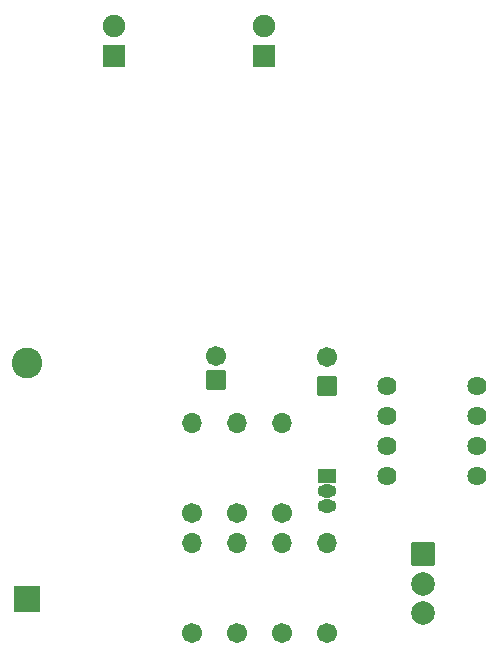
<source format=gbr>
%TF.GenerationSoftware,KiCad,Pcbnew,7.0.9*%
%TF.CreationDate,2023-12-18T18:13:51+05:30*%
%TF.ProjectId,555Badge,35353542-6164-4676-952e-6b696361645f,v01*%
%TF.SameCoordinates,Original*%
%TF.FileFunction,Soldermask,Bot*%
%TF.FilePolarity,Negative*%
%FSLAX46Y46*%
G04 Gerber Fmt 4.6, Leading zero omitted, Abs format (unit mm)*
G04 Created by KiCad (PCBNEW 7.0.9) date 2023-12-18 18:13:51*
%MOMM*%
%LPD*%
G01*
G04 APERTURE LIST*
G04 Aperture macros list*
%AMRoundRect*
0 Rectangle with rounded corners*
0 $1 Rounding radius*
0 $2 $3 $4 $5 $6 $7 $8 $9 X,Y pos of 4 corners*
0 Add a 4 corners polygon primitive as box body*
4,1,4,$2,$3,$4,$5,$6,$7,$8,$9,$2,$3,0*
0 Add four circle primitives for the rounded corners*
1,1,$1+$1,$2,$3*
1,1,$1+$1,$4,$5*
1,1,$1+$1,$6,$7*
1,1,$1+$1,$8,$9*
0 Add four rect primitives between the rounded corners*
20,1,$1+$1,$2,$3,$4,$5,0*
20,1,$1+$1,$4,$5,$6,$7,0*
20,1,$1+$1,$6,$7,$8,$9,0*
20,1,$1+$1,$8,$9,$2,$3,0*%
G04 Aperture macros list end*
%ADD10RoundRect,0.050800X0.800000X-0.800000X0.800000X0.800000X-0.800000X0.800000X-0.800000X-0.800000X0*%
%ADD11C,1.701600*%
%ADD12RoundRect,0.050800X0.750000X-0.500000X0.750000X0.500000X-0.750000X0.500000X-0.750000X-0.500000X0*%
%ADD13O,1.601600X1.101600*%
%ADD14O,1.701600X1.701600*%
%ADD15C,1.625600*%
%ADD16RoundRect,0.050800X0.900000X-0.900000X0.900000X0.900000X-0.900000X0.900000X-0.900000X-0.900000X0*%
%ADD17C,1.901600*%
%ADD18RoundRect,0.050800X1.085000X-1.085000X1.085000X1.085000X-1.085000X1.085000X-1.085000X-1.085000X0*%
%ADD19C,2.601600*%
%ADD20RoundRect,0.050800X-0.950000X0.950000X-0.950000X-0.950000X0.950000X-0.950000X0.950000X0.950000X0*%
%ADD21C,2.001600*%
G04 APERTURE END LIST*
D10*
%TO.C,C1*%
X156210000Y-102330000D03*
D11*
X156210000Y-100330000D03*
%TD*%
D12*
%TO.C,Q1*%
X165608000Y-110490000D03*
D13*
X165608000Y-111760000D03*
X165608000Y-113030000D03*
%TD*%
D11*
%TO.C,R6*%
X161798000Y-113618000D03*
D14*
X161798000Y-105998000D03*
%TD*%
D10*
%TO.C,C2*%
X165608000Y-102870000D03*
D11*
X165608000Y-100370000D03*
%TD*%
%TO.C,R7*%
X165608000Y-123778000D03*
D14*
X165608000Y-116158000D03*
%TD*%
D11*
%TO.C,R3*%
X157988000Y-123778000D03*
D14*
X157988000Y-116158000D03*
%TD*%
D15*
%TO.C,U1*%
X178308000Y-110490000D03*
X178308000Y-107950000D03*
X178308000Y-105410000D03*
X178308000Y-102870000D03*
X170688000Y-102870000D03*
X170688000Y-105410000D03*
X170688000Y-107950000D03*
X170688000Y-110490000D03*
%TD*%
D11*
%TO.C,R1*%
X154178000Y-123778000D03*
D14*
X154178000Y-116158000D03*
%TD*%
D16*
%TO.C,D1*%
X147574000Y-74930000D03*
D17*
X147574000Y-72390000D03*
%TD*%
D11*
%TO.C,R4*%
X157988000Y-113618000D03*
D14*
X157988000Y-105998000D03*
%TD*%
D16*
%TO.C,D2*%
X160274000Y-74930000D03*
D17*
X160274000Y-72390000D03*
%TD*%
D18*
%TO.C,BAT1*%
X140208000Y-120918000D03*
D19*
X140208000Y-100918000D03*
%TD*%
D11*
%TO.C,R2*%
X154178000Y-113618000D03*
D14*
X154178000Y-105998000D03*
%TD*%
D20*
%TO.C,S1*%
X173736000Y-117094000D03*
D21*
X173736000Y-119594000D03*
X173736000Y-122094000D03*
%TD*%
D11*
%TO.C,R5*%
X161798000Y-123778000D03*
D14*
X161798000Y-116158000D03*
%TD*%
M02*

</source>
